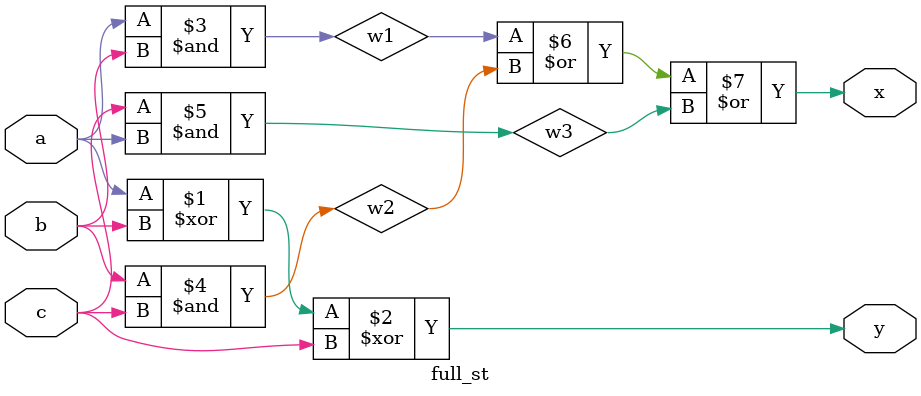
<source format=v>
module full_st(a, b, c, y, x);
	input a, b, c;
	output y, x;
	xor x1(y,a,b,c);
	wire w1;
	wire w2;
	wire w3;
	and d1(w1,a,b);
	and d2(w2,b,c);
	and d3(w3,c,a);
	or r1(x,w1,w2,w3); 
endmodule
</source>
